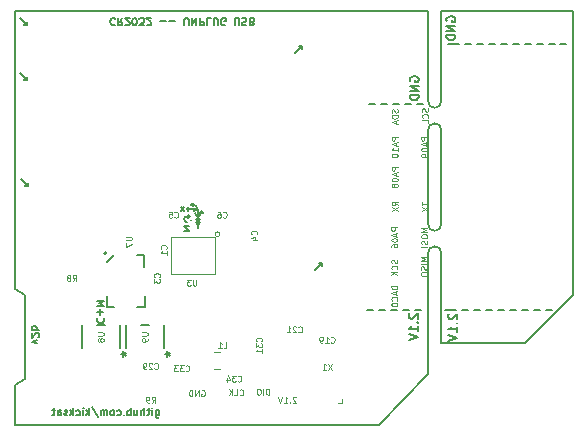
<source format=gbr>
%TF.GenerationSoftware,KiCad,Pcbnew,(6.0.0-rc1-dev-1614-ge850a482d)*%
%TF.CreationDate,2019-02-16T13:51:45-08:00*%
%TF.ProjectId,spriteSAMD,73707269-7465-4534-914d-442e6b696361,rev?*%
%TF.SameCoordinates,Original*%
%TF.FileFunction,Legend,Bot*%
%TF.FilePolarity,Positive*%
%FSLAX46Y46*%
G04 Gerber Fmt 4.6, Leading zero omitted, Abs format (unit mm)*
G04 Created by KiCad (PCBNEW (6.0.0-rc1-dev-1614-ge850a482d)) date 2019-02-16 13:51:45*
%MOMM*%
%LPD*%
G04 APERTURE LIST*
%ADD10C,0.150000*%
%ADD11C,0.127000*%
%ADD12C,0.101600*%
%ADD13C,0.190500*%
%ADD14C,0.200000*%
%ADD15C,0.120000*%
%ADD16C,0.152400*%
%ADD17C,0.100000*%
G04 APERTURE END LIST*
D10*
X82550000Y-88836500D02*
X82804000Y-88836500D01*
X82804000Y-88836500D02*
X82804000Y-88582500D01*
X82804000Y-88582500D02*
X82550000Y-88836500D01*
X82232500Y-88265000D02*
X82804000Y-88836500D01*
X82740500Y-79819500D02*
X82740500Y-79565500D01*
X82740500Y-79565500D02*
X82486500Y-79819500D01*
X82486500Y-79819500D02*
X82740500Y-79819500D01*
X82169000Y-79248000D02*
X82740500Y-79819500D01*
X107124500Y-95948500D02*
X107696000Y-95377000D01*
X107696000Y-95377000D02*
X107442000Y-95377000D01*
X107696000Y-95631000D02*
X107696000Y-95377000D01*
X107442000Y-95377000D02*
X107696000Y-95631000D01*
X106045000Y-77216000D02*
X106045000Y-76962000D01*
X106045000Y-76962000D02*
X105791000Y-76962000D01*
X105791000Y-76962000D02*
X106045000Y-77216000D01*
X105473500Y-77533500D02*
X106045000Y-76962000D01*
X82740500Y-74930000D02*
X82486500Y-75184000D01*
X82486500Y-75184000D02*
X82740500Y-75184000D01*
X82740500Y-75184000D02*
X82740500Y-74930000D01*
X82169000Y-74612500D02*
X82740500Y-75184000D01*
D11*
X90200238Y-74665114D02*
X90170000Y-74634876D01*
X90079285Y-74604638D01*
X90018809Y-74604638D01*
X89928095Y-74634876D01*
X89867619Y-74695352D01*
X89837380Y-74755828D01*
X89807142Y-74876780D01*
X89807142Y-74967495D01*
X89837380Y-75088447D01*
X89867619Y-75148923D01*
X89928095Y-75209400D01*
X90018809Y-75239638D01*
X90079285Y-75239638D01*
X90170000Y-75209400D01*
X90200238Y-75179161D01*
X90835238Y-74604638D02*
X90623571Y-74907019D01*
X90472380Y-74604638D02*
X90472380Y-75239638D01*
X90714285Y-75239638D01*
X90774761Y-75209400D01*
X90805000Y-75179161D01*
X90835238Y-75118685D01*
X90835238Y-75027971D01*
X90805000Y-74967495D01*
X90774761Y-74937257D01*
X90714285Y-74907019D01*
X90472380Y-74907019D01*
X91077142Y-75179161D02*
X91107380Y-75209400D01*
X91167857Y-75239638D01*
X91319047Y-75239638D01*
X91379523Y-75209400D01*
X91409761Y-75179161D01*
X91440000Y-75118685D01*
X91440000Y-75058209D01*
X91409761Y-74967495D01*
X91046904Y-74604638D01*
X91440000Y-74604638D01*
X91833095Y-75239638D02*
X91893571Y-75239638D01*
X91954047Y-75209400D01*
X91984285Y-75179161D01*
X92014523Y-75118685D01*
X92044761Y-74997733D01*
X92044761Y-74846542D01*
X92014523Y-74725590D01*
X91984285Y-74665114D01*
X91954047Y-74634876D01*
X91893571Y-74604638D01*
X91833095Y-74604638D01*
X91772619Y-74634876D01*
X91742380Y-74665114D01*
X91712142Y-74725590D01*
X91681904Y-74846542D01*
X91681904Y-74997733D01*
X91712142Y-75118685D01*
X91742380Y-75179161D01*
X91772619Y-75209400D01*
X91833095Y-75239638D01*
X92256428Y-75239638D02*
X92649523Y-75239638D01*
X92437857Y-74997733D01*
X92528571Y-74997733D01*
X92589047Y-74967495D01*
X92619285Y-74937257D01*
X92649523Y-74876780D01*
X92649523Y-74725590D01*
X92619285Y-74665114D01*
X92589047Y-74634876D01*
X92528571Y-74604638D01*
X92347142Y-74604638D01*
X92286666Y-74634876D01*
X92256428Y-74665114D01*
X92891428Y-75179161D02*
X92921666Y-75209400D01*
X92982142Y-75239638D01*
X93133333Y-75239638D01*
X93193809Y-75209400D01*
X93224047Y-75179161D01*
X93254285Y-75118685D01*
X93254285Y-75058209D01*
X93224047Y-74967495D01*
X92861190Y-74604638D01*
X93254285Y-74604638D01*
X94010238Y-74846542D02*
X94494047Y-74846542D01*
X94796428Y-74846542D02*
X95280238Y-74846542D01*
X96066428Y-75239638D02*
X96066428Y-74725590D01*
X96096666Y-74665114D01*
X96126904Y-74634876D01*
X96187380Y-74604638D01*
X96308333Y-74604638D01*
X96368809Y-74634876D01*
X96399047Y-74665114D01*
X96429285Y-74725590D01*
X96429285Y-75239638D01*
X96731666Y-74604638D02*
X96731666Y-75239638D01*
X97094523Y-74604638D01*
X97094523Y-75239638D01*
X97396904Y-74604638D02*
X97396904Y-75239638D01*
X97638809Y-75239638D01*
X97699285Y-75209400D01*
X97729523Y-75179161D01*
X97759761Y-75118685D01*
X97759761Y-75027971D01*
X97729523Y-74967495D01*
X97699285Y-74937257D01*
X97638809Y-74907019D01*
X97396904Y-74907019D01*
X98334285Y-74604638D02*
X98031904Y-74604638D01*
X98031904Y-75239638D01*
X98545952Y-75239638D02*
X98545952Y-74725590D01*
X98576190Y-74665114D01*
X98606428Y-74634876D01*
X98666904Y-74604638D01*
X98787857Y-74604638D01*
X98848333Y-74634876D01*
X98878571Y-74665114D01*
X98908809Y-74725590D01*
X98908809Y-75239638D01*
X99543809Y-75209400D02*
X99483333Y-75239638D01*
X99392619Y-75239638D01*
X99301904Y-75209400D01*
X99241428Y-75148923D01*
X99211190Y-75088447D01*
X99180952Y-74967495D01*
X99180952Y-74876780D01*
X99211190Y-74755828D01*
X99241428Y-74695352D01*
X99301904Y-74634876D01*
X99392619Y-74604638D01*
X99453095Y-74604638D01*
X99543809Y-74634876D01*
X99574047Y-74665114D01*
X99574047Y-74876780D01*
X99453095Y-74876780D01*
X100330000Y-75239638D02*
X100330000Y-74725590D01*
X100360238Y-74665114D01*
X100390476Y-74634876D01*
X100450952Y-74604638D01*
X100571904Y-74604638D01*
X100632380Y-74634876D01*
X100662619Y-74665114D01*
X100692857Y-74725590D01*
X100692857Y-75239638D01*
X100965000Y-74634876D02*
X101055714Y-74604638D01*
X101206904Y-74604638D01*
X101267380Y-74634876D01*
X101297619Y-74665114D01*
X101327857Y-74725590D01*
X101327857Y-74786066D01*
X101297619Y-74846542D01*
X101267380Y-74876780D01*
X101206904Y-74907019D01*
X101085952Y-74937257D01*
X101025476Y-74967495D01*
X100995238Y-74997733D01*
X100965000Y-75058209D01*
X100965000Y-75118685D01*
X100995238Y-75179161D01*
X101025476Y-75209400D01*
X101085952Y-75239638D01*
X101237142Y-75239638D01*
X101327857Y-75209400D01*
X101811666Y-74937257D02*
X101902380Y-74907019D01*
X101932619Y-74876780D01*
X101962857Y-74816304D01*
X101962857Y-74725590D01*
X101932619Y-74665114D01*
X101902380Y-74634876D01*
X101841904Y-74604638D01*
X101600000Y-74604638D01*
X101600000Y-75239638D01*
X101811666Y-75239638D01*
X101872142Y-75209400D01*
X101902380Y-75179161D01*
X101932619Y-75118685D01*
X101932619Y-75058209D01*
X101902380Y-74997733D01*
X101872142Y-74967495D01*
X101811666Y-74937257D01*
X101600000Y-74937257D01*
D12*
X114110709Y-97298933D02*
X113602709Y-97298933D01*
X113602709Y-97419885D01*
X113626900Y-97492457D01*
X113675280Y-97540838D01*
X113723661Y-97565028D01*
X113820423Y-97589219D01*
X113892995Y-97589219D01*
X113989757Y-97565028D01*
X114038138Y-97540838D01*
X114086519Y-97492457D01*
X114110709Y-97419885D01*
X114110709Y-97298933D01*
X113965566Y-97782742D02*
X113965566Y-98024647D01*
X114110709Y-97734361D02*
X113602709Y-97903695D01*
X114110709Y-98073028D01*
X114062328Y-98532647D02*
X114086519Y-98508457D01*
X114110709Y-98435885D01*
X114110709Y-98387504D01*
X114086519Y-98314933D01*
X114038138Y-98266552D01*
X113989757Y-98242361D01*
X113892995Y-98218171D01*
X113820423Y-98218171D01*
X113723661Y-98242361D01*
X113675280Y-98266552D01*
X113626900Y-98314933D01*
X113602709Y-98387504D01*
X113602709Y-98435885D01*
X113626900Y-98508457D01*
X113651090Y-98532647D01*
X113602709Y-98847123D02*
X113602709Y-98895504D01*
X113626900Y-98943885D01*
X113651090Y-98968076D01*
X113699471Y-98992266D01*
X113796233Y-99016457D01*
X113917185Y-99016457D01*
X114013947Y-98992266D01*
X114062328Y-98968076D01*
X114086519Y-98943885D01*
X114110709Y-98895504D01*
X114110709Y-98847123D01*
X114086519Y-98798742D01*
X114062328Y-98774552D01*
X114013947Y-98750361D01*
X113917185Y-98726171D01*
X113796233Y-98726171D01*
X113699471Y-98750361D01*
X113651090Y-98774552D01*
X113626900Y-98798742D01*
X113602709Y-98847123D01*
D11*
X88724014Y-100025804D02*
X88693776Y-100056042D01*
X88663538Y-100146757D01*
X88663538Y-100207233D01*
X88693776Y-100297947D01*
X88754252Y-100358423D01*
X88814728Y-100388661D01*
X88935680Y-100418900D01*
X89026395Y-100418900D01*
X89147347Y-100388661D01*
X89207823Y-100358423D01*
X89268300Y-100297947D01*
X89298538Y-100207233D01*
X89298538Y-100146757D01*
X89268300Y-100056042D01*
X89238061Y-100025804D01*
X88905442Y-99753661D02*
X88905442Y-99269852D01*
X88663538Y-99511757D02*
X89147347Y-99511757D01*
X88663538Y-98967471D02*
X89298538Y-98967471D01*
X88844966Y-98755804D01*
X89298538Y-98544138D01*
X88663538Y-98544138D01*
X83562371Y-102150333D02*
X83139038Y-101999142D01*
X83562371Y-101847952D01*
X83713561Y-101636285D02*
X83743800Y-101606047D01*
X83774038Y-101545571D01*
X83774038Y-101394380D01*
X83743800Y-101333904D01*
X83713561Y-101303666D01*
X83653085Y-101273428D01*
X83592609Y-101273428D01*
X83501895Y-101303666D01*
X83139038Y-101666523D01*
X83139038Y-101273428D01*
X83139038Y-101001285D02*
X83774038Y-101001285D01*
X83532133Y-101001285D02*
X83562371Y-100940809D01*
X83562371Y-100819857D01*
X83532133Y-100759380D01*
X83501895Y-100729142D01*
X83441419Y-100698904D01*
X83259990Y-100698904D01*
X83199514Y-100729142D01*
X83169276Y-100759380D01*
X83139038Y-100819857D01*
X83139038Y-100940809D01*
X83169276Y-101001285D01*
D12*
X103263095Y-106490709D02*
X103263095Y-105982709D01*
X103142142Y-105982709D01*
X103069571Y-106006900D01*
X103021190Y-106055280D01*
X102997000Y-106103661D01*
X102972809Y-106200423D01*
X102972809Y-106272995D01*
X102997000Y-106369757D01*
X103021190Y-106418138D01*
X103069571Y-106466519D01*
X103142142Y-106490709D01*
X103263095Y-106490709D01*
X102755095Y-106490709D02*
X102755095Y-105982709D01*
X102416428Y-105982709D02*
X102319666Y-105982709D01*
X102271285Y-106006900D01*
X102222904Y-106055280D01*
X102198714Y-106152042D01*
X102198714Y-106321376D01*
X102222904Y-106418138D01*
X102271285Y-106466519D01*
X102319666Y-106490709D01*
X102416428Y-106490709D01*
X102464809Y-106466519D01*
X102513190Y-106418138D01*
X102537380Y-106321376D01*
X102537380Y-106152042D01*
X102513190Y-106055280D01*
X102464809Y-106006900D01*
X102416428Y-105982709D01*
X105526114Y-106713790D02*
X105501923Y-106689600D01*
X105453542Y-106665409D01*
X105332590Y-106665409D01*
X105284209Y-106689600D01*
X105260019Y-106713790D01*
X105235828Y-106762171D01*
X105235828Y-106810552D01*
X105260019Y-106883123D01*
X105550304Y-107173409D01*
X105235828Y-107173409D01*
X105018114Y-107125028D02*
X104993923Y-107149219D01*
X105018114Y-107173409D01*
X105042304Y-107149219D01*
X105018114Y-107125028D01*
X105018114Y-107173409D01*
X104510114Y-107173409D02*
X104800400Y-107173409D01*
X104655257Y-107173409D02*
X104655257Y-106665409D01*
X104703638Y-106737980D01*
X104752019Y-106786361D01*
X104800400Y-106810552D01*
X104364971Y-106665409D02*
X104195638Y-107173409D01*
X104026304Y-106665409D01*
X100746680Y-106518528D02*
X100770871Y-106542719D01*
X100843442Y-106566909D01*
X100891823Y-106566909D01*
X100964395Y-106542719D01*
X101012776Y-106494338D01*
X101036966Y-106445957D01*
X101061157Y-106349195D01*
X101061157Y-106276623D01*
X101036966Y-106179861D01*
X101012776Y-106131480D01*
X100964395Y-106083100D01*
X100891823Y-106058909D01*
X100843442Y-106058909D01*
X100770871Y-106083100D01*
X100746680Y-106107290D01*
X100287061Y-106566909D02*
X100528966Y-106566909D01*
X100528966Y-106058909D01*
X100117728Y-106566909D02*
X100117728Y-106058909D01*
X99827442Y-106566909D02*
X100045157Y-106276623D01*
X99827442Y-106058909D02*
X100117728Y-106349195D01*
X97529347Y-106133900D02*
X97577728Y-106109709D01*
X97650300Y-106109709D01*
X97722871Y-106133900D01*
X97771252Y-106182280D01*
X97795442Y-106230661D01*
X97819633Y-106327423D01*
X97819633Y-106399995D01*
X97795442Y-106496757D01*
X97771252Y-106545138D01*
X97722871Y-106593519D01*
X97650300Y-106617709D01*
X97601919Y-106617709D01*
X97529347Y-106593519D01*
X97505157Y-106569328D01*
X97505157Y-106399995D01*
X97601919Y-106399995D01*
X97287442Y-106617709D02*
X97287442Y-106109709D01*
X96997157Y-106617709D01*
X96997157Y-106109709D01*
X96755252Y-106617709D02*
X96755252Y-106109709D01*
X96634300Y-106109709D01*
X96561728Y-106133900D01*
X96513347Y-106182280D01*
X96489157Y-106230661D01*
X96464966Y-106327423D01*
X96464966Y-106399995D01*
X96489157Y-106496757D01*
X96513347Y-106545138D01*
X96561728Y-106593519D01*
X96634300Y-106617709D01*
X96755252Y-106617709D01*
D11*
X93646776Y-107813928D02*
X93646776Y-108327976D01*
X93677014Y-108388452D01*
X93707252Y-108418690D01*
X93767728Y-108448928D01*
X93858442Y-108448928D01*
X93918919Y-108418690D01*
X93646776Y-108207023D02*
X93707252Y-108237261D01*
X93828204Y-108237261D01*
X93888680Y-108207023D01*
X93918919Y-108176785D01*
X93949157Y-108116309D01*
X93949157Y-107934880D01*
X93918919Y-107874404D01*
X93888680Y-107844166D01*
X93828204Y-107813928D01*
X93707252Y-107813928D01*
X93646776Y-107844166D01*
X93344395Y-108237261D02*
X93344395Y-107813928D01*
X93344395Y-107602261D02*
X93374633Y-107632500D01*
X93344395Y-107662738D01*
X93314157Y-107632500D01*
X93344395Y-107602261D01*
X93344395Y-107662738D01*
X93132728Y-107813928D02*
X92890823Y-107813928D01*
X93042014Y-107602261D02*
X93042014Y-108146547D01*
X93011776Y-108207023D01*
X92951300Y-108237261D01*
X92890823Y-108237261D01*
X92679157Y-108237261D02*
X92679157Y-107602261D01*
X92407014Y-108237261D02*
X92407014Y-107904642D01*
X92437252Y-107844166D01*
X92497728Y-107813928D01*
X92588442Y-107813928D01*
X92648919Y-107844166D01*
X92679157Y-107874404D01*
X91832490Y-107813928D02*
X91832490Y-108237261D01*
X92104633Y-107813928D02*
X92104633Y-108146547D01*
X92074395Y-108207023D01*
X92013919Y-108237261D01*
X91923204Y-108237261D01*
X91862728Y-108207023D01*
X91832490Y-108176785D01*
X91530109Y-108237261D02*
X91530109Y-107602261D01*
X91530109Y-107844166D02*
X91469633Y-107813928D01*
X91348680Y-107813928D01*
X91288204Y-107844166D01*
X91257966Y-107874404D01*
X91227728Y-107934880D01*
X91227728Y-108116309D01*
X91257966Y-108176785D01*
X91288204Y-108207023D01*
X91348680Y-108237261D01*
X91469633Y-108237261D01*
X91530109Y-108207023D01*
X90955585Y-108176785D02*
X90925347Y-108207023D01*
X90955585Y-108237261D01*
X90985823Y-108207023D01*
X90955585Y-108176785D01*
X90955585Y-108237261D01*
X90381061Y-108207023D02*
X90441538Y-108237261D01*
X90562490Y-108237261D01*
X90622966Y-108207023D01*
X90653204Y-108176785D01*
X90683442Y-108116309D01*
X90683442Y-107934880D01*
X90653204Y-107874404D01*
X90622966Y-107844166D01*
X90562490Y-107813928D01*
X90441538Y-107813928D01*
X90381061Y-107844166D01*
X90018204Y-108237261D02*
X90078680Y-108207023D01*
X90108919Y-108176785D01*
X90139157Y-108116309D01*
X90139157Y-107934880D01*
X90108919Y-107874404D01*
X90078680Y-107844166D01*
X90018204Y-107813928D01*
X89927490Y-107813928D01*
X89867014Y-107844166D01*
X89836776Y-107874404D01*
X89806538Y-107934880D01*
X89806538Y-108116309D01*
X89836776Y-108176785D01*
X89867014Y-108207023D01*
X89927490Y-108237261D01*
X90018204Y-108237261D01*
X89534395Y-108237261D02*
X89534395Y-107813928D01*
X89534395Y-107874404D02*
X89504157Y-107844166D01*
X89443680Y-107813928D01*
X89352966Y-107813928D01*
X89292490Y-107844166D01*
X89262252Y-107904642D01*
X89262252Y-108237261D01*
X89262252Y-107904642D02*
X89232014Y-107844166D01*
X89171538Y-107813928D01*
X89080823Y-107813928D01*
X89020347Y-107844166D01*
X88990109Y-107904642D01*
X88990109Y-108237261D01*
X88234157Y-107572023D02*
X88778442Y-108388452D01*
X88022490Y-108237261D02*
X88022490Y-107602261D01*
X87962014Y-107995357D02*
X87780585Y-108237261D01*
X87780585Y-107813928D02*
X88022490Y-108055833D01*
X87508442Y-108237261D02*
X87508442Y-107813928D01*
X87508442Y-107602261D02*
X87538680Y-107632500D01*
X87508442Y-107662738D01*
X87478204Y-107632500D01*
X87508442Y-107602261D01*
X87508442Y-107662738D01*
X86933919Y-108207023D02*
X86994395Y-108237261D01*
X87115347Y-108237261D01*
X87175823Y-108207023D01*
X87206061Y-108176785D01*
X87236300Y-108116309D01*
X87236300Y-107934880D01*
X87206061Y-107874404D01*
X87175823Y-107844166D01*
X87115347Y-107813928D01*
X86994395Y-107813928D01*
X86933919Y-107844166D01*
X86661776Y-108237261D02*
X86661776Y-107602261D01*
X86601300Y-107995357D02*
X86419871Y-108237261D01*
X86419871Y-107813928D02*
X86661776Y-108055833D01*
X86177966Y-108207023D02*
X86117490Y-108237261D01*
X85996538Y-108237261D01*
X85936061Y-108207023D01*
X85905823Y-108146547D01*
X85905823Y-108116309D01*
X85936061Y-108055833D01*
X85996538Y-108025595D01*
X86087252Y-108025595D01*
X86147728Y-107995357D01*
X86177966Y-107934880D01*
X86177966Y-107904642D01*
X86147728Y-107844166D01*
X86087252Y-107813928D01*
X85996538Y-107813928D01*
X85936061Y-107844166D01*
X85361538Y-108237261D02*
X85361538Y-107904642D01*
X85391776Y-107844166D01*
X85452252Y-107813928D01*
X85573204Y-107813928D01*
X85633680Y-107844166D01*
X85361538Y-108207023D02*
X85422014Y-108237261D01*
X85573204Y-108237261D01*
X85633680Y-108207023D01*
X85663919Y-108146547D01*
X85663919Y-108086071D01*
X85633680Y-108025595D01*
X85573204Y-107995357D01*
X85422014Y-107995357D01*
X85361538Y-107965119D01*
X85149871Y-107813928D02*
X84907966Y-107813928D01*
X85059157Y-107602261D02*
X85059157Y-108146547D01*
X85028919Y-108207023D01*
X84968442Y-108237261D01*
X84907966Y-108237261D01*
D10*
X96469200Y-92608400D02*
X96062800Y-92608400D01*
X96062800Y-92202000D02*
X96469200Y-92608400D01*
X96469200Y-92202000D02*
X96062800Y-92202000D01*
X97231200Y-92100400D02*
X97231200Y-92405200D01*
X97231200Y-92100400D02*
X97028000Y-91897200D01*
X97434400Y-91897200D02*
X97231200Y-92100400D01*
X96062800Y-90576400D02*
X95808800Y-90932000D01*
X95808800Y-90576400D02*
X96062800Y-90932000D01*
X96672400Y-91744800D02*
G75*
G03X96672400Y-91744800I-50800J0D01*
G01*
X96367600Y-91269866D02*
X96570800Y-91371466D01*
X96316800Y-91897200D02*
G75*
G02X96316800Y-91389200I0J254000D01*
G01*
X96570800Y-91371466D02*
X96367600Y-91523866D01*
X96367600Y-91523866D02*
X96367600Y-91269866D01*
X96621600Y-90424000D02*
X96824800Y-90271600D01*
X96824800Y-90271600D02*
X96824800Y-90525600D01*
X96824800Y-90525600D02*
X96621600Y-90424000D01*
X97383600Y-91135200D02*
X97485200Y-90932000D01*
X97637600Y-91135200D02*
X97383600Y-91135200D01*
X97485200Y-90932000D02*
X97637600Y-91135200D01*
X97485200Y-91135200D02*
G75*
G02X96977200Y-91135200I-254000J0D01*
G01*
X96875600Y-90424000D02*
G75*
G02X96875600Y-90932000I0J-254000D01*
G01*
X97434400Y-91592400D02*
X97231200Y-91795600D01*
X97028000Y-91592400D02*
X97434400Y-91592400D01*
X97231200Y-91795600D02*
X97028000Y-91592400D01*
X97231200Y-90779600D02*
X97231200Y-91795600D01*
X96418400Y-90932000D02*
X96266000Y-90779600D01*
X96418400Y-90627200D02*
X96418400Y-90932000D01*
X96266000Y-90779600D02*
X96418400Y-90627200D01*
X97231200Y-90779600D02*
X96266000Y-90779600D01*
X116701044Y-84099400D02*
G75*
G02X117842556Y-84099400I570756J0D01*
G01*
X117842556Y-81635600D02*
G75*
G02X116701044Y-81635600I-570756J0D01*
G01*
X116701044Y-94513400D02*
G75*
G02X117842556Y-94513400I570756J0D01*
G01*
X117842556Y-92049600D02*
G75*
G02X116701044Y-92049600I-570756J0D01*
G01*
D12*
X114099219Y-82339542D02*
X114123409Y-82412114D01*
X114123409Y-82533066D01*
X114099219Y-82581447D01*
X114075028Y-82605638D01*
X114026647Y-82629828D01*
X113978266Y-82629828D01*
X113929885Y-82605638D01*
X113905695Y-82581447D01*
X113881504Y-82533066D01*
X113857314Y-82436304D01*
X113833123Y-82387923D01*
X113808933Y-82363733D01*
X113760552Y-82339542D01*
X113712171Y-82339542D01*
X113663790Y-82363733D01*
X113639600Y-82387923D01*
X113615409Y-82436304D01*
X113615409Y-82557257D01*
X113639600Y-82629828D01*
X114123409Y-82847542D02*
X113615409Y-82847542D01*
X113615409Y-82968495D01*
X113639600Y-83041066D01*
X113687980Y-83089447D01*
X113736361Y-83113638D01*
X113833123Y-83137828D01*
X113905695Y-83137828D01*
X114002457Y-83113638D01*
X114050838Y-83089447D01*
X114099219Y-83041066D01*
X114123409Y-82968495D01*
X114123409Y-82847542D01*
X113978266Y-83331352D02*
X113978266Y-83573257D01*
X114123409Y-83282971D02*
X113615409Y-83452304D01*
X114123409Y-83621638D01*
X116690019Y-82250038D02*
X116714209Y-82322609D01*
X116714209Y-82443561D01*
X116690019Y-82491942D01*
X116665828Y-82516133D01*
X116617447Y-82540323D01*
X116569066Y-82540323D01*
X116520685Y-82516133D01*
X116496495Y-82491942D01*
X116472304Y-82443561D01*
X116448114Y-82346800D01*
X116423923Y-82298419D01*
X116399733Y-82274228D01*
X116351352Y-82250038D01*
X116302971Y-82250038D01*
X116254590Y-82274228D01*
X116230400Y-82298419D01*
X116206209Y-82346800D01*
X116206209Y-82467752D01*
X116230400Y-82540323D01*
X116665828Y-83048323D02*
X116690019Y-83024133D01*
X116714209Y-82951561D01*
X116714209Y-82903180D01*
X116690019Y-82830609D01*
X116641638Y-82782228D01*
X116593257Y-82758038D01*
X116496495Y-82733847D01*
X116423923Y-82733847D01*
X116327161Y-82758038D01*
X116278780Y-82782228D01*
X116230400Y-82830609D01*
X116206209Y-82903180D01*
X116206209Y-82951561D01*
X116230400Y-83024133D01*
X116254590Y-83048323D01*
X116714209Y-83507942D02*
X116714209Y-83266038D01*
X116206209Y-83266038D01*
X116638009Y-84687228D02*
X116130009Y-84687228D01*
X116130009Y-84880752D01*
X116154200Y-84929133D01*
X116178390Y-84953323D01*
X116226771Y-84977514D01*
X116299342Y-84977514D01*
X116347723Y-84953323D01*
X116371914Y-84929133D01*
X116396104Y-84880752D01*
X116396104Y-84687228D01*
X116492866Y-85171038D02*
X116492866Y-85412942D01*
X116638009Y-85122657D02*
X116130009Y-85291990D01*
X116638009Y-85461323D01*
X116130009Y-85727419D02*
X116130009Y-85775800D01*
X116154200Y-85824180D01*
X116178390Y-85848371D01*
X116226771Y-85872561D01*
X116323533Y-85896752D01*
X116444485Y-85896752D01*
X116541247Y-85872561D01*
X116589628Y-85848371D01*
X116613819Y-85824180D01*
X116638009Y-85775800D01*
X116638009Y-85727419D01*
X116613819Y-85679038D01*
X116589628Y-85654847D01*
X116541247Y-85630657D01*
X116444485Y-85606466D01*
X116323533Y-85606466D01*
X116226771Y-85630657D01*
X116178390Y-85654847D01*
X116154200Y-85679038D01*
X116130009Y-85727419D01*
X116638009Y-86138657D02*
X116638009Y-86235419D01*
X116613819Y-86283800D01*
X116589628Y-86307990D01*
X116517057Y-86356371D01*
X116420295Y-86380561D01*
X116226771Y-86380561D01*
X116178390Y-86356371D01*
X116154200Y-86332180D01*
X116130009Y-86283800D01*
X116130009Y-86187038D01*
X116154200Y-86138657D01*
X116178390Y-86114466D01*
X116226771Y-86090276D01*
X116347723Y-86090276D01*
X116396104Y-86114466D01*
X116420295Y-86138657D01*
X116444485Y-86187038D01*
X116444485Y-86283800D01*
X116420295Y-86332180D01*
X116396104Y-86356371D01*
X116347723Y-86380561D01*
X114123409Y-84687228D02*
X113615409Y-84687228D01*
X113615409Y-84880752D01*
X113639600Y-84929133D01*
X113663790Y-84953323D01*
X113712171Y-84977514D01*
X113784742Y-84977514D01*
X113833123Y-84953323D01*
X113857314Y-84929133D01*
X113881504Y-84880752D01*
X113881504Y-84687228D01*
X113978266Y-85171038D02*
X113978266Y-85412942D01*
X114123409Y-85122657D02*
X113615409Y-85291990D01*
X114123409Y-85461323D01*
X114123409Y-85896752D02*
X114123409Y-85606466D01*
X114123409Y-85751609D02*
X113615409Y-85751609D01*
X113687980Y-85703228D01*
X113736361Y-85654847D01*
X113760552Y-85606466D01*
X113615409Y-86211228D02*
X113615409Y-86259609D01*
X113639600Y-86307990D01*
X113663790Y-86332180D01*
X113712171Y-86356371D01*
X113808933Y-86380561D01*
X113929885Y-86380561D01*
X114026647Y-86356371D01*
X114075028Y-86332180D01*
X114099219Y-86307990D01*
X114123409Y-86259609D01*
X114123409Y-86211228D01*
X114099219Y-86162847D01*
X114075028Y-86138657D01*
X114026647Y-86114466D01*
X113929885Y-86090276D01*
X113808933Y-86090276D01*
X113712171Y-86114466D01*
X113663790Y-86138657D01*
X113639600Y-86162847D01*
X113615409Y-86211228D01*
X114123409Y-87227228D02*
X113615409Y-87227228D01*
X113615409Y-87420752D01*
X113639600Y-87469133D01*
X113663790Y-87493323D01*
X113712171Y-87517514D01*
X113784742Y-87517514D01*
X113833123Y-87493323D01*
X113857314Y-87469133D01*
X113881504Y-87420752D01*
X113881504Y-87227228D01*
X113978266Y-87711038D02*
X113978266Y-87952942D01*
X114123409Y-87662657D02*
X113615409Y-87831990D01*
X114123409Y-88001323D01*
X113615409Y-88267419D02*
X113615409Y-88315800D01*
X113639600Y-88364180D01*
X113663790Y-88388371D01*
X113712171Y-88412561D01*
X113808933Y-88436752D01*
X113929885Y-88436752D01*
X114026647Y-88412561D01*
X114075028Y-88388371D01*
X114099219Y-88364180D01*
X114123409Y-88315800D01*
X114123409Y-88267419D01*
X114099219Y-88219038D01*
X114075028Y-88194847D01*
X114026647Y-88170657D01*
X113929885Y-88146466D01*
X113808933Y-88146466D01*
X113712171Y-88170657D01*
X113663790Y-88194847D01*
X113639600Y-88219038D01*
X113615409Y-88267419D01*
X113833123Y-88727038D02*
X113808933Y-88678657D01*
X113784742Y-88654466D01*
X113736361Y-88630276D01*
X113712171Y-88630276D01*
X113663790Y-88654466D01*
X113639600Y-88678657D01*
X113615409Y-88727038D01*
X113615409Y-88823800D01*
X113639600Y-88872180D01*
X113663790Y-88896371D01*
X113712171Y-88920561D01*
X113736361Y-88920561D01*
X113784742Y-88896371D01*
X113808933Y-88872180D01*
X113833123Y-88823800D01*
X113833123Y-88727038D01*
X113857314Y-88678657D01*
X113881504Y-88654466D01*
X113929885Y-88630276D01*
X114026647Y-88630276D01*
X114075028Y-88654466D01*
X114099219Y-88678657D01*
X114123409Y-88727038D01*
X114123409Y-88823800D01*
X114099219Y-88872180D01*
X114075028Y-88896371D01*
X114026647Y-88920561D01*
X113929885Y-88920561D01*
X113881504Y-88896371D01*
X113857314Y-88872180D01*
X113833123Y-88823800D01*
X116599909Y-94832714D02*
X116091909Y-94832714D01*
X116454766Y-95002047D01*
X116091909Y-95171380D01*
X116599909Y-95171380D01*
X116599909Y-95413285D02*
X116091909Y-95413285D01*
X116575719Y-95631000D02*
X116599909Y-95703571D01*
X116599909Y-95824523D01*
X116575719Y-95872904D01*
X116551528Y-95897095D01*
X116503147Y-95921285D01*
X116454766Y-95921285D01*
X116406385Y-95897095D01*
X116382195Y-95872904D01*
X116358004Y-95824523D01*
X116333814Y-95727761D01*
X116309623Y-95679380D01*
X116285433Y-95655190D01*
X116237052Y-95631000D01*
X116188671Y-95631000D01*
X116140290Y-95655190D01*
X116116100Y-95679380D01*
X116091909Y-95727761D01*
X116091909Y-95848714D01*
X116116100Y-95921285D01*
X116091909Y-96235761D02*
X116091909Y-96332523D01*
X116116100Y-96380904D01*
X116164480Y-96429285D01*
X116261242Y-96453476D01*
X116430576Y-96453476D01*
X116527338Y-96429285D01*
X116575719Y-96380904D01*
X116599909Y-96332523D01*
X116599909Y-96235761D01*
X116575719Y-96187380D01*
X116527338Y-96139000D01*
X116430576Y-96114809D01*
X116261242Y-96114809D01*
X116164480Y-96139000D01*
X116116100Y-96187380D01*
X116091909Y-96235761D01*
X114086519Y-95079457D02*
X114110709Y-95152028D01*
X114110709Y-95272980D01*
X114086519Y-95321361D01*
X114062328Y-95345552D01*
X114013947Y-95369742D01*
X113965566Y-95369742D01*
X113917185Y-95345552D01*
X113892995Y-95321361D01*
X113868804Y-95272980D01*
X113844614Y-95176219D01*
X113820423Y-95127838D01*
X113796233Y-95103647D01*
X113747852Y-95079457D01*
X113699471Y-95079457D01*
X113651090Y-95103647D01*
X113626900Y-95127838D01*
X113602709Y-95176219D01*
X113602709Y-95297171D01*
X113626900Y-95369742D01*
X114062328Y-95877742D02*
X114086519Y-95853552D01*
X114110709Y-95780980D01*
X114110709Y-95732600D01*
X114086519Y-95660028D01*
X114038138Y-95611647D01*
X113989757Y-95587457D01*
X113892995Y-95563266D01*
X113820423Y-95563266D01*
X113723661Y-95587457D01*
X113675280Y-95611647D01*
X113626900Y-95660028D01*
X113602709Y-95732600D01*
X113602709Y-95780980D01*
X113626900Y-95853552D01*
X113651090Y-95877742D01*
X114110709Y-96095457D02*
X113602709Y-96095457D01*
X114110709Y-96385742D02*
X113820423Y-96168028D01*
X113602709Y-96385742D02*
X113892995Y-96095457D01*
X116650709Y-92368914D02*
X116142709Y-92368914D01*
X116505566Y-92538247D01*
X116142709Y-92707580D01*
X116650709Y-92707580D01*
X116142709Y-93046247D02*
X116142709Y-93143009D01*
X116166900Y-93191390D01*
X116215280Y-93239771D01*
X116312042Y-93263961D01*
X116481376Y-93263961D01*
X116578138Y-93239771D01*
X116626519Y-93191390D01*
X116650709Y-93143009D01*
X116650709Y-93046247D01*
X116626519Y-92997866D01*
X116578138Y-92949485D01*
X116481376Y-92925295D01*
X116312042Y-92925295D01*
X116215280Y-92949485D01*
X116166900Y-92997866D01*
X116142709Y-93046247D01*
X116626519Y-93457485D02*
X116650709Y-93530057D01*
X116650709Y-93651009D01*
X116626519Y-93699390D01*
X116602328Y-93723580D01*
X116553947Y-93747771D01*
X116505566Y-93747771D01*
X116457185Y-93723580D01*
X116432995Y-93699390D01*
X116408804Y-93651009D01*
X116384614Y-93554247D01*
X116360423Y-93505866D01*
X116336233Y-93481676D01*
X116287852Y-93457485D01*
X116239471Y-93457485D01*
X116191090Y-93481676D01*
X116166900Y-93505866D01*
X116142709Y-93554247D01*
X116142709Y-93675200D01*
X116166900Y-93747771D01*
X116650709Y-93965485D02*
X116142709Y-93965485D01*
X114110709Y-92332628D02*
X113602709Y-92332628D01*
X113602709Y-92526152D01*
X113626900Y-92574533D01*
X113651090Y-92598723D01*
X113699471Y-92622914D01*
X113772042Y-92622914D01*
X113820423Y-92598723D01*
X113844614Y-92574533D01*
X113868804Y-92526152D01*
X113868804Y-92332628D01*
X113965566Y-92816438D02*
X113965566Y-93058342D01*
X114110709Y-92768057D02*
X113602709Y-92937390D01*
X114110709Y-93106723D01*
X113602709Y-93372819D02*
X113602709Y-93421200D01*
X113626900Y-93469580D01*
X113651090Y-93493771D01*
X113699471Y-93517961D01*
X113796233Y-93542152D01*
X113917185Y-93542152D01*
X114013947Y-93517961D01*
X114062328Y-93493771D01*
X114086519Y-93469580D01*
X114110709Y-93421200D01*
X114110709Y-93372819D01*
X114086519Y-93324438D01*
X114062328Y-93300247D01*
X114013947Y-93276057D01*
X113917185Y-93251866D01*
X113796233Y-93251866D01*
X113699471Y-93276057D01*
X113651090Y-93300247D01*
X113626900Y-93324438D01*
X113602709Y-93372819D01*
X113602709Y-93977580D02*
X113602709Y-93880819D01*
X113626900Y-93832438D01*
X113651090Y-93808247D01*
X113723661Y-93759866D01*
X113820423Y-93735676D01*
X114013947Y-93735676D01*
X114062328Y-93759866D01*
X114086519Y-93784057D01*
X114110709Y-93832438D01*
X114110709Y-93929200D01*
X114086519Y-93977580D01*
X114062328Y-94001771D01*
X114013947Y-94025961D01*
X113892995Y-94025961D01*
X113844614Y-94001771D01*
X113820423Y-93977580D01*
X113796233Y-93929200D01*
X113796233Y-93832438D01*
X113820423Y-93784057D01*
X113844614Y-93759866D01*
X113892995Y-93735676D01*
X116168109Y-90176652D02*
X116168109Y-90466938D01*
X116676109Y-90321795D02*
X116168109Y-90321795D01*
X116168109Y-90587890D02*
X116676109Y-90926557D01*
X116168109Y-90926557D02*
X116676109Y-90587890D01*
X114136109Y-90479033D02*
X113894204Y-90309700D01*
X114136109Y-90188747D02*
X113628109Y-90188747D01*
X113628109Y-90382271D01*
X113652300Y-90430652D01*
X113676490Y-90454842D01*
X113724871Y-90479033D01*
X113797442Y-90479033D01*
X113845823Y-90454842D01*
X113870014Y-90430652D01*
X113894204Y-90382271D01*
X113894204Y-90188747D01*
X113628109Y-90648366D02*
X114136109Y-90987033D01*
X113628109Y-90987033D02*
X114136109Y-90648366D01*
D13*
X115164285Y-99620628D02*
X115128000Y-99656914D01*
X115091714Y-99729485D01*
X115091714Y-99910914D01*
X115128000Y-99983485D01*
X115164285Y-100019771D01*
X115236857Y-100056057D01*
X115309428Y-100056057D01*
X115418285Y-100019771D01*
X115853714Y-99584342D01*
X115853714Y-100056057D01*
X115781142Y-100382628D02*
X115817428Y-100418914D01*
X115853714Y-100382628D01*
X115817428Y-100346342D01*
X115781142Y-100382628D01*
X115853714Y-100382628D01*
X115853714Y-101144628D02*
X115853714Y-100709200D01*
X115853714Y-100926914D02*
X115091714Y-100926914D01*
X115200571Y-100854342D01*
X115273142Y-100781771D01*
X115309428Y-100709200D01*
X115091714Y-101362342D02*
X115853714Y-101616342D01*
X115091714Y-101870342D01*
X118501085Y-99671428D02*
X118464800Y-99707714D01*
X118428514Y-99780285D01*
X118428514Y-99961714D01*
X118464800Y-100034285D01*
X118501085Y-100070571D01*
X118573657Y-100106857D01*
X118646228Y-100106857D01*
X118755085Y-100070571D01*
X119190514Y-99635142D01*
X119190514Y-100106857D01*
X119117942Y-100433428D02*
X119154228Y-100469714D01*
X119190514Y-100433428D01*
X119154228Y-100397142D01*
X119117942Y-100433428D01*
X119190514Y-100433428D01*
X119190514Y-101195428D02*
X119190514Y-100760000D01*
X119190514Y-100977714D02*
X118428514Y-100977714D01*
X118537371Y-100905142D01*
X118609942Y-100832571D01*
X118646228Y-100760000D01*
X118428514Y-101413142D02*
X119190514Y-101667142D01*
X118428514Y-101921142D01*
X118304800Y-74889428D02*
X118268514Y-74816857D01*
X118268514Y-74708000D01*
X118304800Y-74599142D01*
X118377371Y-74526571D01*
X118449942Y-74490285D01*
X118595085Y-74454000D01*
X118703942Y-74454000D01*
X118849085Y-74490285D01*
X118921657Y-74526571D01*
X118994228Y-74599142D01*
X119030514Y-74708000D01*
X119030514Y-74780571D01*
X118994228Y-74889428D01*
X118957942Y-74925714D01*
X118703942Y-74925714D01*
X118703942Y-74780571D01*
X119030514Y-75252285D02*
X118268514Y-75252285D01*
X119030514Y-75687714D01*
X118268514Y-75687714D01*
X119030514Y-76050571D02*
X118268514Y-76050571D01*
X118268514Y-76232000D01*
X118304800Y-76340857D01*
X118377371Y-76413428D01*
X118449942Y-76449714D01*
X118595085Y-76486000D01*
X118703942Y-76486000D01*
X118849085Y-76449714D01*
X118921657Y-76413428D01*
X118994228Y-76340857D01*
X119030514Y-76232000D01*
X119030514Y-76050571D01*
X115191800Y-79958828D02*
X115155514Y-79886257D01*
X115155514Y-79777400D01*
X115191800Y-79668542D01*
X115264371Y-79595971D01*
X115336942Y-79559685D01*
X115482085Y-79523400D01*
X115590942Y-79523400D01*
X115736085Y-79559685D01*
X115808657Y-79595971D01*
X115881228Y-79668542D01*
X115917514Y-79777400D01*
X115917514Y-79849971D01*
X115881228Y-79958828D01*
X115844942Y-79995114D01*
X115590942Y-79995114D01*
X115590942Y-79849971D01*
X115917514Y-80321685D02*
X115155514Y-80321685D01*
X115917514Y-80757114D01*
X115155514Y-80757114D01*
X115917514Y-81119971D02*
X115155514Y-81119971D01*
X115155514Y-81301400D01*
X115191800Y-81410257D01*
X115264371Y-81482828D01*
X115336942Y-81519114D01*
X115482085Y-81555400D01*
X115590942Y-81555400D01*
X115736085Y-81519114D01*
X115808657Y-81482828D01*
X115881228Y-81410257D01*
X115917514Y-81301400D01*
X115917514Y-81119971D01*
D10*
X115744000Y-81875000D02*
X116252000Y-81875000D01*
X112696000Y-81875000D02*
X113204000Y-81875000D01*
X113712000Y-81875000D02*
X114220000Y-81875000D01*
X111680000Y-81875000D02*
X112188000Y-81875000D01*
X114728000Y-81875000D02*
X115236000Y-81875000D01*
X127914400Y-76784200D02*
X128422400Y-76784200D01*
X116700300Y-104775000D02*
X112522000Y-109041600D01*
X118364000Y-76784200D02*
X118872000Y-76784200D01*
X126923800Y-76784200D02*
X127431800Y-76784200D01*
X124891800Y-76784200D02*
X125399800Y-76784200D01*
X119811800Y-76784200D02*
X120319800Y-76784200D01*
X118795800Y-76784200D02*
X119303800Y-76784200D01*
X125907800Y-76784200D02*
X126415800Y-76784200D01*
X123875800Y-76784200D02*
X124383800Y-76784200D01*
X120827800Y-76784200D02*
X121335800Y-76784200D01*
X122859800Y-76784200D02*
X123367800Y-76784200D01*
X121843800Y-76784200D02*
X122351800Y-76784200D01*
X123621800Y-99314000D02*
X124129800Y-99314000D01*
X125653800Y-99314000D02*
X126161800Y-99314000D01*
X122605800Y-99314000D02*
X123113800Y-99314000D01*
X119557800Y-99314000D02*
X120065800Y-99314000D01*
X118541800Y-99314000D02*
X119049800Y-99314000D01*
X114554000Y-99314000D02*
X115062000Y-99314000D01*
X121589800Y-99314000D02*
X122097800Y-99314000D01*
X113538000Y-99314000D02*
X114046000Y-99314000D01*
X124637800Y-99314000D02*
X125145800Y-99314000D01*
X120573800Y-99314000D02*
X121081800Y-99314000D01*
X118110000Y-99314000D02*
X118618000Y-99314000D01*
X112522000Y-99314000D02*
X113030000Y-99314000D01*
X126669800Y-99314000D02*
X127177800Y-99314000D01*
X115570000Y-99314000D02*
X116078000Y-99314000D01*
X111506000Y-99314000D02*
X112014000Y-99314000D01*
X117843300Y-84099400D02*
X117843300Y-92049600D01*
X117843300Y-74041000D02*
X117843300Y-81610200D01*
X117843300Y-94513400D02*
X117843300Y-102108000D01*
X116700300Y-104775000D02*
X116700300Y-94538800D01*
X116700300Y-92024200D02*
X116700300Y-84124800D01*
X116700300Y-81635600D02*
X116700300Y-74041000D01*
X124891800Y-102108000D02*
X117856000Y-102108000D01*
X128955800Y-98044000D02*
X124891800Y-102108000D01*
X128955800Y-74041600D02*
X128955800Y-98044000D01*
X117843300Y-74041000D02*
X128955800Y-74041000D01*
X82550000Y-98044000D02*
X81725100Y-97536000D01*
X82550000Y-105156000D02*
X81725100Y-105664000D01*
X81725100Y-105664000D02*
X81725100Y-109041600D01*
X82550000Y-98044000D02*
X82550000Y-105156000D01*
X81725100Y-109041600D02*
X112522000Y-109041600D01*
X116700300Y-74041600D02*
X81725100Y-74041600D01*
X81725100Y-74041600D02*
X81725100Y-97536000D01*
X92671780Y-94684800D02*
X92055030Y-94684800D01*
X92671780Y-94684800D02*
X92671780Y-95684800D01*
X90113530Y-99111800D02*
X89496780Y-99111800D01*
X89496780Y-99111800D02*
X89496780Y-98111800D01*
X92087030Y-99111800D02*
X92703780Y-99111800D01*
X92703780Y-99111800D02*
X92703780Y-98111800D01*
X90124280Y-94665800D02*
X89489280Y-95300800D01*
D14*
X89462280Y-94511800D02*
G75*
G03X89462280Y-94511800I-100000J0D01*
G01*
D15*
X109422200Y-106857800D02*
X109422200Y-107241800D01*
X109422200Y-107241800D02*
X109042200Y-107241800D01*
X99092278Y-104342000D02*
X98575122Y-104342000D01*
X99092278Y-102922000D02*
X98575122Y-102922000D01*
D16*
X91109800Y-102565200D02*
X91109800Y-100634800D01*
X92395040Y-100634800D02*
X93075760Y-100634800D01*
X94361000Y-100634800D02*
X94361000Y-102565200D01*
X87383620Y-102565200D02*
X87383620Y-100634800D01*
X88668860Y-100634800D02*
X89349580Y-100634800D01*
X90634820Y-100634800D02*
X90634820Y-102565200D01*
D17*
X99070000Y-92907180D02*
G75*
G03X99070000Y-92907180I-200000J0D01*
G01*
D12*
X98670000Y-93107180D02*
X94970000Y-93107180D01*
X94970000Y-93107180D02*
X94970000Y-96307180D01*
X94970000Y-96307180D02*
X98670000Y-96307180D01*
X98670000Y-96307180D02*
X98670000Y-93107180D01*
X91111009Y-93135752D02*
X91522247Y-93135752D01*
X91570628Y-93159942D01*
X91594819Y-93184133D01*
X91619009Y-93232514D01*
X91619009Y-93329276D01*
X91594819Y-93377657D01*
X91570628Y-93401847D01*
X91522247Y-93426038D01*
X91111009Y-93426038D01*
X91111009Y-93619561D02*
X91111009Y-93958228D01*
X91619009Y-93740514D01*
X108589838Y-103864349D02*
X108251171Y-104372349D01*
X108251171Y-103864349D02*
X108589838Y-104372349D01*
X107791552Y-104372349D02*
X108081838Y-104372349D01*
X107936695Y-104372349D02*
X107936695Y-103864349D01*
X107985076Y-103936920D01*
X108033457Y-103985301D01*
X108081838Y-104009492D01*
X99398666Y-102541009D02*
X99640571Y-102541009D01*
X99640571Y-102033009D01*
X98963238Y-102541009D02*
X99253523Y-102541009D01*
X99108380Y-102541009D02*
X99108380Y-102033009D01*
X99156761Y-102105580D01*
X99205142Y-102153961D01*
X99253523Y-102178152D01*
X86619926Y-96871729D02*
X86789260Y-96629824D01*
X86910212Y-96871729D02*
X86910212Y-96363729D01*
X86716688Y-96363729D01*
X86668307Y-96387920D01*
X86644117Y-96412110D01*
X86619926Y-96460491D01*
X86619926Y-96533062D01*
X86644117Y-96581443D01*
X86668307Y-96605634D01*
X86716688Y-96629824D01*
X86910212Y-96629824D01*
X86329640Y-96581443D02*
X86378021Y-96557253D01*
X86402212Y-96533062D01*
X86426402Y-96484681D01*
X86426402Y-96460491D01*
X86402212Y-96412110D01*
X86378021Y-96387920D01*
X86329640Y-96363729D01*
X86232879Y-96363729D01*
X86184498Y-96387920D01*
X86160307Y-96412110D01*
X86136117Y-96460491D01*
X86136117Y-96484681D01*
X86160307Y-96533062D01*
X86184498Y-96557253D01*
X86232879Y-96581443D01*
X86329640Y-96581443D01*
X86378021Y-96605634D01*
X86402212Y-96629824D01*
X86426402Y-96678205D01*
X86426402Y-96774967D01*
X86402212Y-96823348D01*
X86378021Y-96847539D01*
X86329640Y-96871729D01*
X86232879Y-96871729D01*
X86184498Y-96847539D01*
X86160307Y-96823348D01*
X86136117Y-96774967D01*
X86136117Y-96678205D01*
X86160307Y-96629824D01*
X86184498Y-96605634D01*
X86232879Y-96581443D01*
X93544571Y-104270628D02*
X93568761Y-104294819D01*
X93641333Y-104319009D01*
X93689714Y-104319009D01*
X93762285Y-104294819D01*
X93810666Y-104246438D01*
X93834857Y-104198057D01*
X93859047Y-104101295D01*
X93859047Y-104028723D01*
X93834857Y-103931961D01*
X93810666Y-103883580D01*
X93762285Y-103835200D01*
X93689714Y-103811009D01*
X93641333Y-103811009D01*
X93568761Y-103835200D01*
X93544571Y-103859390D01*
X93351047Y-103859390D02*
X93326857Y-103835200D01*
X93278476Y-103811009D01*
X93157523Y-103811009D01*
X93109142Y-103835200D01*
X93084952Y-103859390D01*
X93060761Y-103907771D01*
X93060761Y-103956152D01*
X93084952Y-104028723D01*
X93375238Y-104319009D01*
X93060761Y-104319009D01*
X92818857Y-104319009D02*
X92722095Y-104319009D01*
X92673714Y-104294819D01*
X92649523Y-104270628D01*
X92601142Y-104198057D01*
X92576952Y-104101295D01*
X92576952Y-103907771D01*
X92601142Y-103859390D01*
X92625333Y-103835200D01*
X92673714Y-103811009D01*
X92770476Y-103811009D01*
X92818857Y-103835200D01*
X92843047Y-103859390D01*
X92867238Y-103907771D01*
X92867238Y-104028723D01*
X92843047Y-104077104D01*
X92818857Y-104101295D01*
X92770476Y-104125485D01*
X92673714Y-104125485D01*
X92625333Y-104101295D01*
X92601142Y-104077104D01*
X92576952Y-104028723D01*
X93302666Y-107163809D02*
X93472000Y-106921904D01*
X93592952Y-107163809D02*
X93592952Y-106655809D01*
X93399428Y-106655809D01*
X93351047Y-106680000D01*
X93326857Y-106704190D01*
X93302666Y-106752571D01*
X93302666Y-106825142D01*
X93326857Y-106873523D01*
X93351047Y-106897714D01*
X93399428Y-106921904D01*
X93592952Y-106921904D01*
X93060761Y-107163809D02*
X92964000Y-107163809D01*
X92915619Y-107139619D01*
X92891428Y-107115428D01*
X92843047Y-107042857D01*
X92818857Y-106946095D01*
X92818857Y-106752571D01*
X92843047Y-106704190D01*
X92867238Y-106680000D01*
X92915619Y-106655809D01*
X93012380Y-106655809D01*
X93060761Y-106680000D01*
X93084952Y-106704190D01*
X93109142Y-106752571D01*
X93109142Y-106873523D01*
X93084952Y-106921904D01*
X93060761Y-106946095D01*
X93012380Y-106970285D01*
X92915619Y-106970285D01*
X92867238Y-106946095D01*
X92843047Y-106921904D01*
X92818857Y-106873523D01*
X92457209Y-101212952D02*
X92868447Y-101212952D01*
X92916828Y-101237142D01*
X92941019Y-101261333D01*
X92965209Y-101309714D01*
X92965209Y-101406476D01*
X92941019Y-101454857D01*
X92916828Y-101479047D01*
X92868447Y-101503238D01*
X92457209Y-101503238D01*
X92965209Y-101769333D02*
X92965209Y-101866095D01*
X92941019Y-101914476D01*
X92916828Y-101938666D01*
X92844257Y-101987047D01*
X92747495Y-102011238D01*
X92553971Y-102011238D01*
X92505590Y-101987047D01*
X92481400Y-101962857D01*
X92457209Y-101914476D01*
X92457209Y-101817714D01*
X92481400Y-101769333D01*
X92505590Y-101745142D01*
X92553971Y-101720952D01*
X92674923Y-101720952D01*
X92723304Y-101745142D01*
X92747495Y-101769333D01*
X92771685Y-101817714D01*
X92771685Y-101914476D01*
X92747495Y-101962857D01*
X92723304Y-101987047D01*
X92674923Y-102011238D01*
D10*
X94435680Y-103073200D02*
X94673776Y-103073200D01*
X94578538Y-102835104D02*
X94673776Y-103073200D01*
X94578538Y-103311295D01*
X94864252Y-102930342D02*
X94673776Y-103073200D01*
X94864252Y-103216057D01*
D12*
X88731029Y-101212952D02*
X89142267Y-101212952D01*
X89190648Y-101237142D01*
X89214839Y-101261333D01*
X89239029Y-101309714D01*
X89239029Y-101406476D01*
X89214839Y-101454857D01*
X89190648Y-101479047D01*
X89142267Y-101503238D01*
X88731029Y-101503238D01*
X88948743Y-101817714D02*
X88924553Y-101769333D01*
X88900362Y-101745142D01*
X88851981Y-101720952D01*
X88827791Y-101720952D01*
X88779410Y-101745142D01*
X88755220Y-101769333D01*
X88731029Y-101817714D01*
X88731029Y-101914476D01*
X88755220Y-101962857D01*
X88779410Y-101987047D01*
X88827791Y-102011238D01*
X88851981Y-102011238D01*
X88900362Y-101987047D01*
X88924553Y-101962857D01*
X88948743Y-101914476D01*
X88948743Y-101817714D01*
X88972934Y-101769333D01*
X88997124Y-101745142D01*
X89045505Y-101720952D01*
X89142267Y-101720952D01*
X89190648Y-101745142D01*
X89214839Y-101769333D01*
X89239029Y-101817714D01*
X89239029Y-101914476D01*
X89214839Y-101962857D01*
X89190648Y-101987047D01*
X89142267Y-102011238D01*
X89045505Y-102011238D01*
X88997124Y-101987047D01*
X88972934Y-101962857D01*
X88948743Y-101914476D01*
D10*
X90709500Y-103073200D02*
X90947596Y-103073200D01*
X90852358Y-102835104D02*
X90947596Y-103073200D01*
X90852358Y-103311295D01*
X91138072Y-102930342D02*
X90947596Y-103073200D01*
X91138072Y-103216057D01*
D12*
X93958228Y-96536933D02*
X93982419Y-96512742D01*
X94006609Y-96440171D01*
X94006609Y-96391790D01*
X93982419Y-96319219D01*
X93934038Y-96270838D01*
X93885657Y-96246647D01*
X93788895Y-96222457D01*
X93716323Y-96222457D01*
X93619561Y-96246647D01*
X93571180Y-96270838D01*
X93522800Y-96319219D01*
X93498609Y-96391790D01*
X93498609Y-96440171D01*
X93522800Y-96512742D01*
X93546990Y-96536933D01*
X93498609Y-96706266D02*
X93498609Y-97020742D01*
X93692133Y-96851409D01*
X93692133Y-96923980D01*
X93716323Y-96972361D01*
X93740514Y-96996552D01*
X93788895Y-97020742D01*
X93909847Y-97020742D01*
X93958228Y-96996552D01*
X93982419Y-96972361D01*
X94006609Y-96923980D01*
X94006609Y-96778838D01*
X93982419Y-96730457D01*
X93958228Y-96706266D01*
X100593071Y-105337428D02*
X100617261Y-105361619D01*
X100689833Y-105385809D01*
X100738214Y-105385809D01*
X100810785Y-105361619D01*
X100859166Y-105313238D01*
X100883357Y-105264857D01*
X100907547Y-105168095D01*
X100907547Y-105095523D01*
X100883357Y-104998761D01*
X100859166Y-104950380D01*
X100810785Y-104902000D01*
X100738214Y-104877809D01*
X100689833Y-104877809D01*
X100617261Y-104902000D01*
X100593071Y-104926190D01*
X100423738Y-104877809D02*
X100109261Y-104877809D01*
X100278595Y-105071333D01*
X100206023Y-105071333D01*
X100157642Y-105095523D01*
X100133452Y-105119714D01*
X100109261Y-105168095D01*
X100109261Y-105289047D01*
X100133452Y-105337428D01*
X100157642Y-105361619D01*
X100206023Y-105385809D01*
X100351166Y-105385809D01*
X100399547Y-105361619D01*
X100423738Y-105337428D01*
X99673833Y-105047142D02*
X99673833Y-105385809D01*
X99794785Y-104853619D02*
X99915738Y-105216476D01*
X99601261Y-105216476D01*
X96181091Y-104473828D02*
X96205281Y-104498019D01*
X96277853Y-104522209D01*
X96326234Y-104522209D01*
X96398805Y-104498019D01*
X96447186Y-104449638D01*
X96471377Y-104401257D01*
X96495567Y-104304495D01*
X96495567Y-104231923D01*
X96471377Y-104135161D01*
X96447186Y-104086780D01*
X96398805Y-104038400D01*
X96326234Y-104014209D01*
X96277853Y-104014209D01*
X96205281Y-104038400D01*
X96181091Y-104062590D01*
X96011758Y-104014209D02*
X95697281Y-104014209D01*
X95866615Y-104207733D01*
X95794043Y-104207733D01*
X95745662Y-104231923D01*
X95721472Y-104256114D01*
X95697281Y-104304495D01*
X95697281Y-104425447D01*
X95721472Y-104473828D01*
X95745662Y-104498019D01*
X95794043Y-104522209D01*
X95939186Y-104522209D01*
X95987567Y-104498019D01*
X96011758Y-104473828D01*
X95527948Y-104014209D02*
X95213472Y-104014209D01*
X95382805Y-104207733D01*
X95310234Y-104207733D01*
X95261853Y-104231923D01*
X95237662Y-104256114D01*
X95213472Y-104304495D01*
X95213472Y-104425447D01*
X95237662Y-104473828D01*
X95261853Y-104498019D01*
X95310234Y-104522209D01*
X95455377Y-104522209D01*
X95503758Y-104498019D01*
X95527948Y-104473828D01*
X102594228Y-101984628D02*
X102618419Y-101960438D01*
X102642609Y-101887866D01*
X102642609Y-101839485D01*
X102618419Y-101766914D01*
X102570038Y-101718533D01*
X102521657Y-101694342D01*
X102424895Y-101670152D01*
X102352323Y-101670152D01*
X102255561Y-101694342D01*
X102207180Y-101718533D01*
X102158800Y-101766914D01*
X102134609Y-101839485D01*
X102134609Y-101887866D01*
X102158800Y-101960438D01*
X102182990Y-101984628D01*
X102134609Y-102153961D02*
X102134609Y-102468438D01*
X102328133Y-102299104D01*
X102328133Y-102371676D01*
X102352323Y-102420057D01*
X102376514Y-102444247D01*
X102424895Y-102468438D01*
X102545847Y-102468438D01*
X102594228Y-102444247D01*
X102618419Y-102420057D01*
X102642609Y-102371676D01*
X102642609Y-102226533D01*
X102618419Y-102178152D01*
X102594228Y-102153961D01*
X102642609Y-102952247D02*
X102642609Y-102661961D01*
X102642609Y-102807104D02*
X102134609Y-102807104D01*
X102207180Y-102758723D01*
X102255561Y-102710342D01*
X102279752Y-102661961D01*
X105733711Y-101178788D02*
X105757901Y-101202979D01*
X105830473Y-101227169D01*
X105878854Y-101227169D01*
X105951425Y-101202979D01*
X105999806Y-101154598D01*
X106023997Y-101106217D01*
X106048187Y-101009455D01*
X106048187Y-100936883D01*
X106023997Y-100840121D01*
X105999806Y-100791740D01*
X105951425Y-100743360D01*
X105878854Y-100719169D01*
X105830473Y-100719169D01*
X105757901Y-100743360D01*
X105733711Y-100767550D01*
X105540187Y-100767550D02*
X105515997Y-100743360D01*
X105467616Y-100719169D01*
X105346663Y-100719169D01*
X105298282Y-100743360D01*
X105274092Y-100767550D01*
X105249901Y-100815931D01*
X105249901Y-100864312D01*
X105274092Y-100936883D01*
X105564378Y-101227169D01*
X105249901Y-101227169D01*
X104766092Y-101227169D02*
X105056378Y-101227169D01*
X104911235Y-101227169D02*
X104911235Y-100719169D01*
X104959616Y-100791740D01*
X105007997Y-100840121D01*
X105056378Y-100864312D01*
X108473211Y-102063828D02*
X108497401Y-102088019D01*
X108569973Y-102112209D01*
X108618354Y-102112209D01*
X108690925Y-102088019D01*
X108739306Y-102039638D01*
X108763497Y-101991257D01*
X108787687Y-101894495D01*
X108787687Y-101821923D01*
X108763497Y-101725161D01*
X108739306Y-101676780D01*
X108690925Y-101628400D01*
X108618354Y-101604209D01*
X108569973Y-101604209D01*
X108497401Y-101628400D01*
X108473211Y-101652590D01*
X107989401Y-102112209D02*
X108279687Y-102112209D01*
X108134544Y-102112209D02*
X108134544Y-101604209D01*
X108182925Y-101676780D01*
X108231306Y-101725161D01*
X108279687Y-101749352D01*
X107747497Y-102112209D02*
X107650735Y-102112209D01*
X107602354Y-102088019D01*
X107578163Y-102063828D01*
X107529782Y-101991257D01*
X107505592Y-101894495D01*
X107505592Y-101700971D01*
X107529782Y-101652590D01*
X107553973Y-101628400D01*
X107602354Y-101604209D01*
X107699116Y-101604209D01*
X107747497Y-101628400D01*
X107771687Y-101652590D01*
X107795878Y-101700971D01*
X107795878Y-101821923D01*
X107771687Y-101870304D01*
X107747497Y-101894495D01*
X107699116Y-101918685D01*
X107602354Y-101918685D01*
X107553973Y-101894495D01*
X107529782Y-101870304D01*
X107505592Y-101821923D01*
X99347866Y-91469028D02*
X99372057Y-91493219D01*
X99444628Y-91517409D01*
X99493009Y-91517409D01*
X99565580Y-91493219D01*
X99613961Y-91444838D01*
X99638152Y-91396457D01*
X99662342Y-91299695D01*
X99662342Y-91227123D01*
X99638152Y-91130361D01*
X99613961Y-91081980D01*
X99565580Y-91033600D01*
X99493009Y-91009409D01*
X99444628Y-91009409D01*
X99372057Y-91033600D01*
X99347866Y-91057790D01*
X98912438Y-91009409D02*
X99009200Y-91009409D01*
X99057580Y-91033600D01*
X99081771Y-91057790D01*
X99130152Y-91130361D01*
X99154342Y-91227123D01*
X99154342Y-91420647D01*
X99130152Y-91469028D01*
X99105961Y-91493219D01*
X99057580Y-91517409D01*
X98960819Y-91517409D01*
X98912438Y-91493219D01*
X98888247Y-91469028D01*
X98864057Y-91420647D01*
X98864057Y-91299695D01*
X98888247Y-91251314D01*
X98912438Y-91227123D01*
X98960819Y-91202933D01*
X99057580Y-91202933D01*
X99105961Y-91227123D01*
X99130152Y-91251314D01*
X99154342Y-91299695D01*
X95233066Y-91469028D02*
X95257257Y-91493219D01*
X95329828Y-91517409D01*
X95378209Y-91517409D01*
X95450780Y-91493219D01*
X95499161Y-91444838D01*
X95523352Y-91396457D01*
X95547542Y-91299695D01*
X95547542Y-91227123D01*
X95523352Y-91130361D01*
X95499161Y-91081980D01*
X95450780Y-91033600D01*
X95378209Y-91009409D01*
X95329828Y-91009409D01*
X95257257Y-91033600D01*
X95233066Y-91057790D01*
X94773447Y-91009409D02*
X95015352Y-91009409D01*
X95039542Y-91251314D01*
X95015352Y-91227123D01*
X94966971Y-91202933D01*
X94846019Y-91202933D01*
X94797638Y-91227123D01*
X94773447Y-91251314D01*
X94749257Y-91299695D01*
X94749257Y-91420647D01*
X94773447Y-91469028D01*
X94797638Y-91493219D01*
X94846019Y-91517409D01*
X94966971Y-91517409D01*
X95015352Y-91493219D01*
X95039542Y-91469028D01*
X102187828Y-92930133D02*
X102212019Y-92905942D01*
X102236209Y-92833371D01*
X102236209Y-92784990D01*
X102212019Y-92712419D01*
X102163638Y-92664038D01*
X102115257Y-92639847D01*
X102018495Y-92615657D01*
X101945923Y-92615657D01*
X101849161Y-92639847D01*
X101800780Y-92664038D01*
X101752400Y-92712419D01*
X101728209Y-92784990D01*
X101728209Y-92833371D01*
X101752400Y-92905942D01*
X101776590Y-92930133D01*
X101897542Y-93365561D02*
X102236209Y-93365561D01*
X101704019Y-93244609D02*
X102066876Y-93123657D01*
X102066876Y-93438133D01*
X94517028Y-94149333D02*
X94541219Y-94125142D01*
X94565409Y-94052571D01*
X94565409Y-94004190D01*
X94541219Y-93931619D01*
X94492838Y-93883238D01*
X94444457Y-93859047D01*
X94347695Y-93834857D01*
X94275123Y-93834857D01*
X94178361Y-93859047D01*
X94129980Y-93883238D01*
X94081600Y-93931619D01*
X94057409Y-94004190D01*
X94057409Y-94052571D01*
X94081600Y-94125142D01*
X94105790Y-94149333D01*
X94565409Y-94633142D02*
X94565409Y-94342857D01*
X94565409Y-94488000D02*
X94057409Y-94488000D01*
X94129980Y-94439619D01*
X94178361Y-94391238D01*
X94202552Y-94342857D01*
X97095007Y-96749809D02*
X97095007Y-97161047D01*
X97070817Y-97209428D01*
X97046626Y-97233619D01*
X96998245Y-97257809D01*
X96901483Y-97257809D01*
X96853102Y-97233619D01*
X96828912Y-97209428D01*
X96804721Y-97161047D01*
X96804721Y-96749809D01*
X96611198Y-96749809D02*
X96296721Y-96749809D01*
X96466055Y-96943333D01*
X96393483Y-96943333D01*
X96345102Y-96967523D01*
X96320912Y-96991714D01*
X96296721Y-97040095D01*
X96296721Y-97161047D01*
X96320912Y-97209428D01*
X96345102Y-97233619D01*
X96393483Y-97257809D01*
X96538626Y-97257809D01*
X96587007Y-97233619D01*
X96611198Y-97209428D01*
M02*

</source>
